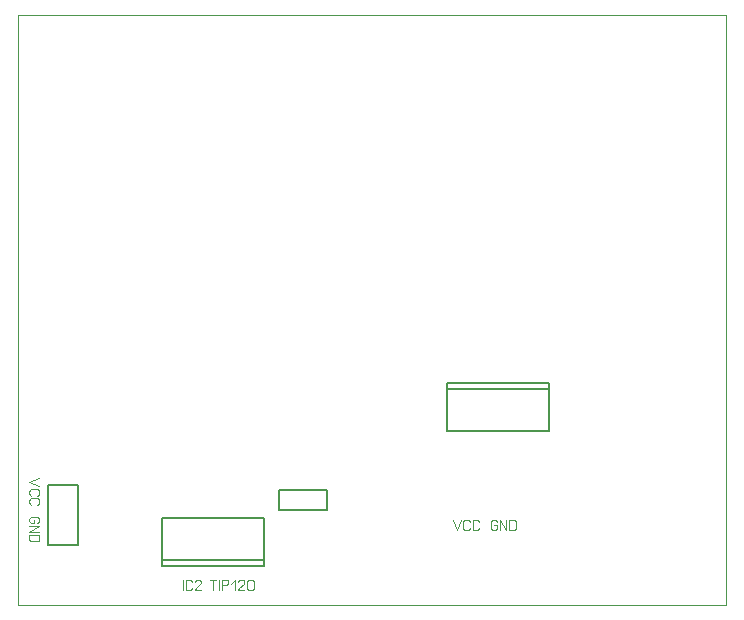
<source format=gbr>
%FSLAX34Y34*%
%MOMM*%
%LNCOPPER_BOTTOM*%
G71*
G01*
%ADD10C, 0.00*%
%ADD11C, 0.15*%
%ADD12C, 0.11*%
%LPD*%
G54D10*
X0Y500000D02*
X600000Y500000D01*
X600000Y0D01*
X0Y0D01*
X0Y500000D01*
G54D11*
X363200Y188000D02*
X363200Y147300D01*
X449600Y147300D01*
X449600Y188000D01*
X363200Y188000D01*
G54D11*
X363200Y182900D02*
X449600Y182900D01*
G54D12*
X368300Y72389D02*
X371633Y63500D01*
X374967Y72389D01*
G54D12*
X382744Y65167D02*
X382078Y64056D01*
X380744Y63500D01*
X379411Y63500D01*
X378078Y64056D01*
X377411Y65167D01*
X377411Y70722D01*
X378078Y71833D01*
X379411Y72389D01*
X380744Y72389D01*
X382078Y71833D01*
X382744Y70722D01*
G54D12*
X390521Y65167D02*
X389855Y64056D01*
X388521Y63500D01*
X387188Y63500D01*
X385855Y64056D01*
X385188Y65167D01*
X385188Y70722D01*
X385855Y71833D01*
X387188Y72389D01*
X388521Y72389D01*
X389855Y71833D01*
X390521Y70722D01*
G54D12*
X403363Y67944D02*
X406029Y67944D01*
X406029Y65167D01*
X405363Y64056D01*
X404029Y63500D01*
X402696Y63500D01*
X401363Y64056D01*
X400696Y65167D01*
X400696Y70722D01*
X401363Y71833D01*
X402696Y72389D01*
X404029Y72389D01*
X405363Y71833D01*
X406029Y70722D01*
G54D12*
X408473Y63500D02*
X408473Y72389D01*
X413806Y63500D01*
X413806Y72389D01*
G54D12*
X416250Y63500D02*
X416250Y72389D01*
X419583Y72389D01*
X420917Y71833D01*
X421583Y70722D01*
X421583Y65167D01*
X420917Y64056D01*
X419583Y63500D01*
X416250Y63500D01*
G54D11*
X25400Y101600D02*
X50800Y101600D01*
X50800Y50800D01*
X25400Y50800D01*
X25400Y101600D01*
G54D12*
X18404Y107304D02*
X9515Y103971D01*
X18404Y100637D01*
G54D12*
X11182Y92860D02*
X10071Y93526D01*
X9515Y94860D01*
X9515Y96193D01*
X10071Y97526D01*
X11182Y98193D01*
X16737Y98193D01*
X17848Y97526D01*
X18404Y96193D01*
X18404Y94860D01*
X17848Y93526D01*
X16737Y92860D01*
G54D12*
X11182Y85083D02*
X10071Y85749D01*
X9515Y87083D01*
X9515Y88416D01*
X10071Y89749D01*
X11182Y90416D01*
X16737Y90416D01*
X17848Y89749D01*
X18404Y88416D01*
X18404Y87083D01*
X17848Y85749D01*
X16737Y85083D01*
G54D12*
X13959Y72241D02*
X13959Y69575D01*
X11182Y69575D01*
X10071Y70241D01*
X9515Y71575D01*
X9515Y72908D01*
X10071Y74241D01*
X11182Y74908D01*
X16737Y74908D01*
X17848Y74241D01*
X18404Y72908D01*
X18404Y71575D01*
X17848Y70241D01*
X16737Y69575D01*
G54D12*
X9515Y67131D02*
X18404Y67131D01*
X9515Y61798D01*
X18404Y61798D01*
G54D12*
X9515Y59354D02*
X18404Y59354D01*
X18404Y56021D01*
X17848Y54687D01*
X16737Y54021D01*
X11182Y54021D01*
X10071Y54687D01*
X9515Y56021D01*
X9515Y59354D01*
G54D11*
X208300Y33000D02*
X208300Y73700D01*
X121900Y73700D01*
X121900Y33000D01*
X208300Y33000D01*
G54D11*
X208300Y38100D02*
X121900Y38100D01*
G54D11*
X221000Y80500D02*
X221000Y97300D01*
X261600Y97300D01*
X261600Y80500D01*
X221000Y80500D01*
G54D12*
X139700Y12700D02*
X139700Y21589D01*
G54D12*
X147477Y14367D02*
X146811Y13256D01*
X145477Y12700D01*
X144144Y12700D01*
X142811Y13256D01*
X142144Y14367D01*
X142144Y19922D01*
X142811Y21033D01*
X144144Y21589D01*
X145477Y21589D01*
X146811Y21033D01*
X147477Y19922D01*
G54D12*
X155254Y12700D02*
X149921Y12700D01*
X149921Y13256D01*
X150588Y14367D01*
X154588Y17700D01*
X155254Y18811D01*
X155254Y19922D01*
X154588Y21033D01*
X153254Y21589D01*
X151921Y21589D01*
X150588Y21033D01*
X149921Y19922D01*
G54D12*
X165519Y12700D02*
X165519Y21589D01*
G54D12*
X162852Y21589D02*
X168185Y21589D01*
G54D12*
X170629Y12700D02*
X170629Y21589D01*
G54D12*
X173073Y12700D02*
X173073Y21589D01*
X176406Y21589D01*
X177740Y21033D01*
X178406Y19922D01*
X178406Y18811D01*
X177740Y17700D01*
X176406Y17144D01*
X173073Y17144D01*
G54D12*
X180850Y18256D02*
X184183Y21589D01*
X184183Y12700D01*
G54D12*
X191960Y12700D02*
X186627Y12700D01*
X186627Y13256D01*
X187294Y14367D01*
X191294Y17700D01*
X191960Y18811D01*
X191960Y19922D01*
X191294Y21033D01*
X189960Y21589D01*
X188627Y21589D01*
X187294Y21033D01*
X186627Y19922D01*
G54D12*
X199737Y19922D02*
X199737Y14367D01*
X199071Y13256D01*
X197737Y12700D01*
X196404Y12700D01*
X195071Y13256D01*
X194404Y14367D01*
X194404Y19922D01*
X195071Y21033D01*
X196404Y21589D01*
X197737Y21589D01*
X199071Y21033D01*
X199737Y19922D01*
M02*

</source>
